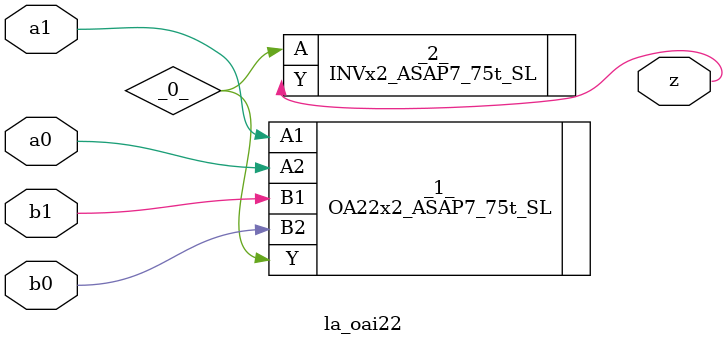
<source format=v>
/* Generated by Yosys 0.37 (git sha1 a5c7f69ed, clang 14.0.0-1ubuntu1.1 -fPIC -Os) */

module la_oai22(a0, a1, b0, b1, z);
  wire _0_;
  input a0;
  wire a0;
  input a1;
  wire a1;
  input b0;
  wire b0;
  input b1;
  wire b1;
  output z;
  wire z;
  OA22x2_ASAP7_75t_SL _1_ (
    .A1(a1),
    .A2(a0),
    .B1(b1),
    .B2(b0),
    .Y(_0_)
  );
  INVx2_ASAP7_75t_SL _2_ (
    .A(_0_),
    .Y(z)
  );
endmodule

</source>
